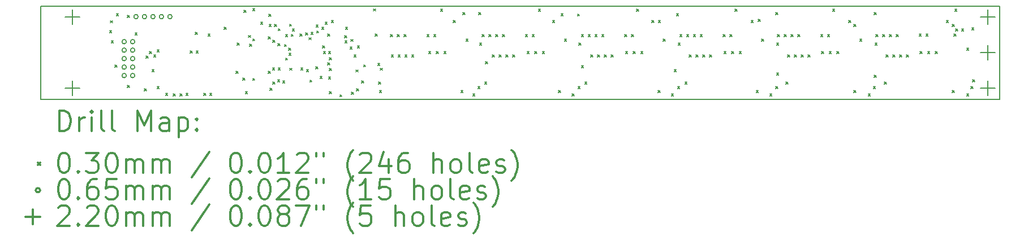
<source format=gbr>
%FSLAX45Y45*%
G04 Gerber Fmt 4.5, Leading zero omitted, Abs format (unit mm)*
G04 Created by KiCad (PCBNEW no-vcs-found-undefined) date Mon Oct 24 14:09:30 2016*
%MOMM*%
%LPD*%
G01*
G04 APERTURE LIST*
%ADD10C,0.127000*%
%ADD11C,0.150000*%
%ADD12C,0.200000*%
%ADD13C,0.300000*%
G04 APERTURE END LIST*
D10*
D11*
X17800000Y-10698500D02*
X3450000Y-10698500D01*
X3450000Y-9301500D02*
X17800000Y-9301500D01*
X15838200Y-10698500D02*
X13818900Y-10698500D01*
X13844300Y-9301500D02*
X15838200Y-9301500D01*
X3450000Y-9301500D02*
X3450000Y-10698500D01*
X17800000Y-10698500D02*
X17800000Y-9301500D01*
D12*
X4482100Y-9667500D02*
X4512100Y-9697500D01*
X4512100Y-9667500D02*
X4482100Y-9697500D01*
X4497340Y-9522720D02*
X4527340Y-9552720D01*
X4527340Y-9522720D02*
X4497340Y-9552720D01*
X4507500Y-9819900D02*
X4537500Y-9849900D01*
X4537500Y-9819900D02*
X4507500Y-9849900D01*
X4560840Y-10188200D02*
X4590840Y-10218200D01*
X4590840Y-10188200D02*
X4560840Y-10218200D01*
X4583700Y-9413500D02*
X4613700Y-9443500D01*
X4613700Y-9413500D02*
X4583700Y-9443500D01*
X4748800Y-9438900D02*
X4778800Y-9468900D01*
X4778800Y-9438900D02*
X4748800Y-9468900D01*
X4748800Y-10493000D02*
X4778800Y-10523000D01*
X4778800Y-10493000D02*
X4748800Y-10523000D01*
X4863100Y-9705600D02*
X4893100Y-9735600D01*
X4893100Y-9705600D02*
X4863100Y-9735600D01*
X5002800Y-10543800D02*
X5032800Y-10573800D01*
X5032800Y-10543800D02*
X5002800Y-10573800D01*
X5028200Y-10048500D02*
X5058200Y-10078500D01*
X5058200Y-10048500D02*
X5028200Y-10078500D01*
X5079000Y-9985000D02*
X5109000Y-10015000D01*
X5109000Y-9985000D02*
X5079000Y-10015000D01*
X5117100Y-10251700D02*
X5147100Y-10281700D01*
X5147100Y-10251700D02*
X5117100Y-10281700D01*
X5142500Y-10035800D02*
X5172500Y-10065800D01*
X5172500Y-10035800D02*
X5142500Y-10065800D01*
X5193300Y-9959600D02*
X5223300Y-9989600D01*
X5223300Y-9959600D02*
X5193300Y-9989600D01*
X5193300Y-10505700D02*
X5223300Y-10535700D01*
X5223300Y-10505700D02*
X5193300Y-10535700D01*
X5320300Y-10607300D02*
X5350300Y-10637300D01*
X5350300Y-10607300D02*
X5320300Y-10637300D01*
X5434600Y-10620000D02*
X5464600Y-10650000D01*
X5464600Y-10620000D02*
X5434600Y-10650000D01*
X5536200Y-10620000D02*
X5566200Y-10650000D01*
X5566200Y-10620000D02*
X5536200Y-10650000D01*
X5625100Y-10607300D02*
X5655100Y-10637300D01*
X5655100Y-10607300D02*
X5625100Y-10637300D01*
X5688600Y-9972300D02*
X5718600Y-10002300D01*
X5718600Y-9972300D02*
X5688600Y-10002300D01*
X5764800Y-9692900D02*
X5794800Y-9722900D01*
X5794800Y-9692900D02*
X5764800Y-9722900D01*
X5777500Y-9972300D02*
X5807500Y-10002300D01*
X5807500Y-9972300D02*
X5777500Y-10002300D01*
X5891800Y-10607300D02*
X5921800Y-10637300D01*
X5921800Y-10607300D02*
X5891800Y-10637300D01*
X5955300Y-9718300D02*
X5985300Y-9748300D01*
X5985300Y-9718300D02*
X5955300Y-9748300D01*
X5980700Y-10607300D02*
X6010700Y-10637300D01*
X6010700Y-10607300D02*
X5980700Y-10637300D01*
X6196600Y-9616700D02*
X6226600Y-9646700D01*
X6226600Y-9616700D02*
X6196600Y-9646700D01*
X6374400Y-10277100D02*
X6404400Y-10307100D01*
X6404400Y-10277100D02*
X6374400Y-10307100D01*
X6393450Y-9858000D02*
X6423450Y-9888000D01*
X6423450Y-9858000D02*
X6393450Y-9888000D01*
X6476000Y-10378700D02*
X6506000Y-10408700D01*
X6506000Y-10378700D02*
X6476000Y-10408700D01*
X6493780Y-9365240D02*
X6523780Y-9395240D01*
X6523780Y-9365240D02*
X6493780Y-9395240D01*
X6514100Y-10581900D02*
X6544100Y-10611900D01*
X6544100Y-10581900D02*
X6514100Y-10611900D01*
X6562360Y-9741160D02*
X6592360Y-9771160D01*
X6592360Y-9741160D02*
X6562360Y-9771160D01*
X6577600Y-9870700D02*
X6607600Y-9900700D01*
X6607600Y-9870700D02*
X6577600Y-9900700D01*
X6623320Y-9791960D02*
X6653320Y-9821960D01*
X6653320Y-9791960D02*
X6623320Y-9821960D01*
X6623320Y-10386320D02*
X6653320Y-10416320D01*
X6653320Y-10386320D02*
X6623320Y-10416320D01*
X6625860Y-9337300D02*
X6655860Y-9367300D01*
X6655860Y-9337300D02*
X6625860Y-9367300D01*
X6742700Y-9540500D02*
X6772700Y-9570500D01*
X6772700Y-9540500D02*
X6742700Y-9570500D01*
X6857000Y-9762750D02*
X6887000Y-9792750D01*
X6887000Y-9762750D02*
X6857000Y-9792750D01*
X6857000Y-10277100D02*
X6887000Y-10307100D01*
X6887000Y-10277100D02*
X6857000Y-10307100D01*
X6867160Y-9423660D02*
X6897160Y-9453660D01*
X6897160Y-9423660D02*
X6867160Y-9453660D01*
X6869700Y-9578600D02*
X6899700Y-9608600D01*
X6899700Y-9578600D02*
X6869700Y-9608600D01*
X6882400Y-10531100D02*
X6912400Y-10561100D01*
X6912400Y-10531100D02*
X6882400Y-10561100D01*
X6920500Y-10226300D02*
X6950500Y-10256300D01*
X6950500Y-10226300D02*
X6920500Y-10256300D01*
X6926850Y-9813550D02*
X6956850Y-9843550D01*
X6956850Y-9813550D02*
X6926850Y-9843550D01*
X6926850Y-10442200D02*
X6956850Y-10472200D01*
X6956850Y-10442200D02*
X6926850Y-10472200D01*
X6952250Y-9578600D02*
X6982250Y-9608600D01*
X6982250Y-9578600D02*
X6952250Y-9608600D01*
X6996700Y-10404100D02*
X7026700Y-10434100D01*
X7026700Y-10404100D02*
X6996700Y-10434100D01*
X7003050Y-9864350D02*
X7033050Y-9894350D01*
X7033050Y-9864350D02*
X7003050Y-9894350D01*
X7006860Y-9639560D02*
X7036860Y-9669560D01*
X7036860Y-9639560D02*
X7006860Y-9669560D01*
X7006860Y-10228840D02*
X7036860Y-10258840D01*
X7036860Y-10228840D02*
X7006860Y-10258840D01*
X7072900Y-10421880D02*
X7102900Y-10451880D01*
X7102900Y-10421880D02*
X7072900Y-10451880D01*
X7098300Y-9877050D02*
X7128300Y-9907050D01*
X7128300Y-9877050D02*
X7098300Y-9907050D01*
X7117350Y-9731000D02*
X7147350Y-9761000D01*
X7147350Y-9731000D02*
X7117350Y-9761000D01*
X7117350Y-10080250D02*
X7147350Y-10110250D01*
X7147350Y-10080250D02*
X7117350Y-10110250D01*
X7161800Y-9934200D02*
X7191800Y-9964200D01*
X7191800Y-9934200D02*
X7161800Y-9964200D01*
X7168150Y-10010400D02*
X7198150Y-10040400D01*
X7198150Y-10010400D02*
X7168150Y-10040400D01*
X7174500Y-9572250D02*
X7204500Y-9602250D01*
X7204500Y-9572250D02*
X7174500Y-9602250D01*
X7180850Y-10232650D02*
X7210850Y-10262650D01*
X7210850Y-10232650D02*
X7180850Y-10262650D01*
X7199900Y-9724650D02*
X7229900Y-9754650D01*
X7229900Y-9724650D02*
X7199900Y-9754650D01*
X7218950Y-9642100D02*
X7248950Y-9672100D01*
X7248950Y-9642100D02*
X7218950Y-9672100D01*
X7333250Y-9718300D02*
X7363250Y-9748300D01*
X7363250Y-9718300D02*
X7333250Y-9748300D01*
X7345950Y-10226300D02*
X7375950Y-10256300D01*
X7375950Y-10226300D02*
X7345950Y-10256300D01*
X7415800Y-9705600D02*
X7445800Y-9735600D01*
X7445800Y-9705600D02*
X7415800Y-9735600D01*
X7428500Y-10251700D02*
X7458500Y-10281700D01*
X7458500Y-10251700D02*
X7428500Y-10281700D01*
X7466600Y-9775450D02*
X7496600Y-9805450D01*
X7496600Y-9775450D02*
X7466600Y-9805450D01*
X7479300Y-10411720D02*
X7509300Y-10441720D01*
X7509300Y-10411720D02*
X7479300Y-10441720D01*
X7498350Y-9692900D02*
X7528350Y-9722900D01*
X7528350Y-9692900D02*
X7498350Y-9722900D01*
X7568200Y-10213600D02*
X7598200Y-10243600D01*
X7598200Y-10213600D02*
X7568200Y-10243600D01*
X7574550Y-9584950D02*
X7604550Y-9614950D01*
X7604550Y-9584950D02*
X7574550Y-9614950D01*
X7580900Y-9673850D02*
X7610900Y-9703850D01*
X7610900Y-9673850D02*
X7580900Y-9703850D01*
X7631700Y-10353300D02*
X7661700Y-10383300D01*
X7661700Y-10353300D02*
X7631700Y-10383300D01*
X7657100Y-9616700D02*
X7687100Y-9646700D01*
X7687100Y-9616700D02*
X7657100Y-9646700D01*
X7669800Y-9896100D02*
X7699800Y-9926100D01*
X7699800Y-9896100D02*
X7669800Y-9926100D01*
X7682500Y-9985000D02*
X7712500Y-10015000D01*
X7712500Y-9985000D02*
X7682500Y-10015000D01*
X7707900Y-9540500D02*
X7737900Y-9570500D01*
X7737900Y-9540500D02*
X7707900Y-9570500D01*
X7746000Y-9718300D02*
X7776000Y-9748300D01*
X7776000Y-9718300D02*
X7746000Y-9748300D01*
X7746000Y-10150100D02*
X7776000Y-10180100D01*
X7776000Y-10150100D02*
X7746000Y-10180100D01*
X7758700Y-9985000D02*
X7788700Y-10015000D01*
X7788700Y-9985000D02*
X7758700Y-10015000D01*
X7758700Y-10366000D02*
X7788700Y-10396000D01*
X7788700Y-10366000D02*
X7758700Y-10396000D01*
X7771400Y-10073900D02*
X7801400Y-10103900D01*
X7801400Y-10073900D02*
X7771400Y-10103900D01*
X7771400Y-10239000D02*
X7801400Y-10269000D01*
X7801400Y-10239000D02*
X7771400Y-10269000D01*
X7771400Y-10581900D02*
X7801400Y-10611900D01*
X7801400Y-10581900D02*
X7771400Y-10611900D01*
X7803150Y-9515100D02*
X7833150Y-9545100D01*
X7833150Y-9515100D02*
X7803150Y-9545100D01*
X7928880Y-10630160D02*
X7958880Y-10660160D01*
X7958880Y-10630160D02*
X7928880Y-10660160D01*
X8000000Y-9743700D02*
X8030000Y-9773700D01*
X8030000Y-9743700D02*
X8000000Y-9773700D01*
X8006350Y-9819900D02*
X8036350Y-9849900D01*
X8036350Y-9819900D02*
X8006350Y-9849900D01*
X8012700Y-9616700D02*
X8042700Y-9646700D01*
X8042700Y-9616700D02*
X8012700Y-9646700D01*
X8082550Y-9915150D02*
X8112550Y-9945150D01*
X8112550Y-9915150D02*
X8082550Y-9945150D01*
X8095250Y-9800850D02*
X8125250Y-9830850D01*
X8125250Y-9800850D02*
X8095250Y-9830850D01*
X8101600Y-10594600D02*
X8131600Y-10624600D01*
X8131600Y-10594600D02*
X8101600Y-10624600D01*
X8139700Y-10035800D02*
X8169700Y-10065800D01*
X8169700Y-10035800D02*
X8139700Y-10065800D01*
X8171450Y-10258050D02*
X8201450Y-10288050D01*
X8201450Y-10258050D02*
X8171450Y-10288050D01*
X8177800Y-10543800D02*
X8207800Y-10573800D01*
X8207800Y-10543800D02*
X8177800Y-10573800D01*
X8190500Y-9896100D02*
X8220500Y-9926100D01*
X8220500Y-9896100D02*
X8190500Y-9926100D01*
X8254000Y-10423150D02*
X8284000Y-10453150D01*
X8284000Y-10423150D02*
X8254000Y-10453150D01*
X8285750Y-10181850D02*
X8315750Y-10211850D01*
X8315750Y-10181850D02*
X8285750Y-10211850D01*
X8431800Y-9342380D02*
X8461800Y-9372380D01*
X8461800Y-9342380D02*
X8431800Y-9372380D01*
X8457200Y-9718300D02*
X8487200Y-9748300D01*
X8487200Y-9718300D02*
X8457200Y-9748300D01*
X8495300Y-10162800D02*
X8525300Y-10192800D01*
X8525300Y-10162800D02*
X8495300Y-10192800D01*
X8508000Y-10442200D02*
X8538000Y-10472200D01*
X8538000Y-10442200D02*
X8508000Y-10472200D01*
X8520700Y-10569200D02*
X8550700Y-10599200D01*
X8550700Y-10569200D02*
X8520700Y-10599200D01*
X8533400Y-10232650D02*
X8563400Y-10262650D01*
X8563400Y-10232650D02*
X8533400Y-10262650D01*
X8685800Y-9731000D02*
X8715800Y-9761000D01*
X8715800Y-9731000D02*
X8685800Y-9761000D01*
X8698500Y-10035800D02*
X8728500Y-10065800D01*
X8728500Y-10035800D02*
X8698500Y-10065800D01*
X8787400Y-9731000D02*
X8817400Y-9761000D01*
X8817400Y-9731000D02*
X8787400Y-9761000D01*
X8800100Y-10035800D02*
X8830100Y-10065800D01*
X8830100Y-10035800D02*
X8800100Y-10065800D01*
X8889000Y-9731000D02*
X8919000Y-9761000D01*
X8919000Y-9731000D02*
X8889000Y-9761000D01*
X8901700Y-10035800D02*
X8931700Y-10065800D01*
X8931700Y-10035800D02*
X8901700Y-10065800D01*
X9003300Y-10035800D02*
X9033300Y-10065800D01*
X9033300Y-10035800D02*
X9003300Y-10065800D01*
X9231900Y-9731000D02*
X9261900Y-9761000D01*
X9261900Y-9731000D02*
X9231900Y-9761000D01*
X9257300Y-9985000D02*
X9287300Y-10015000D01*
X9287300Y-9985000D02*
X9257300Y-10015000D01*
X9333500Y-9731000D02*
X9363500Y-9761000D01*
X9363500Y-9731000D02*
X9333500Y-9761000D01*
X9371600Y-9985000D02*
X9401600Y-10015000D01*
X9401600Y-9985000D02*
X9371600Y-10015000D01*
X9435100Y-9350000D02*
X9465100Y-9380000D01*
X9465100Y-9350000D02*
X9435100Y-9380000D01*
X9485900Y-9985000D02*
X9515900Y-10015000D01*
X9515900Y-9985000D02*
X9485900Y-10015000D01*
X9625600Y-9515100D02*
X9655600Y-9545100D01*
X9655600Y-9515100D02*
X9625600Y-9545100D01*
X9739900Y-10569200D02*
X9769900Y-10599200D01*
X9769900Y-10569200D02*
X9739900Y-10599200D01*
X9771650Y-9400800D02*
X9801650Y-9430800D01*
X9801650Y-9400800D02*
X9771650Y-9430800D01*
X9816100Y-9794500D02*
X9846100Y-9824500D01*
X9846100Y-9794500D02*
X9816100Y-9824500D01*
X9917700Y-10620000D02*
X9947700Y-10650000D01*
X9947700Y-10620000D02*
X9917700Y-10650000D01*
X9993900Y-10505700D02*
X10023900Y-10535700D01*
X10023900Y-10505700D02*
X9993900Y-10535700D01*
X10006600Y-9400800D02*
X10036600Y-9430800D01*
X10036600Y-9400800D02*
X10006600Y-9430800D01*
X10019300Y-9858000D02*
X10049300Y-9888000D01*
X10049300Y-9858000D02*
X10019300Y-9888000D01*
X10057400Y-9731000D02*
X10087400Y-9761000D01*
X10087400Y-9731000D02*
X10057400Y-9761000D01*
X10095500Y-10442200D02*
X10125500Y-10472200D01*
X10125500Y-10442200D02*
X10095500Y-10472200D01*
X10108200Y-10137400D02*
X10138200Y-10167400D01*
X10138200Y-10137400D02*
X10108200Y-10167400D01*
X10159000Y-9731000D02*
X10189000Y-9761000D01*
X10189000Y-9731000D02*
X10159000Y-9761000D01*
X10209800Y-10035800D02*
X10239800Y-10065800D01*
X10239800Y-10035800D02*
X10209800Y-10065800D01*
X10260600Y-9731000D02*
X10290600Y-9761000D01*
X10290600Y-9731000D02*
X10260600Y-9761000D01*
X10311400Y-10035800D02*
X10341400Y-10065800D01*
X10341400Y-10035800D02*
X10311400Y-10065800D01*
X10362200Y-9731000D02*
X10392200Y-9761000D01*
X10392200Y-9731000D02*
X10362200Y-9761000D01*
X10413000Y-10035800D02*
X10443000Y-10065800D01*
X10443000Y-10035800D02*
X10413000Y-10065800D01*
X10514600Y-10035800D02*
X10544600Y-10065800D01*
X10544600Y-10035800D02*
X10514600Y-10065800D01*
X10705100Y-9731000D02*
X10735100Y-9761000D01*
X10735100Y-9731000D02*
X10705100Y-9761000D01*
X10730500Y-9985000D02*
X10760500Y-10015000D01*
X10760500Y-9985000D02*
X10730500Y-10015000D01*
X10806700Y-9731000D02*
X10836700Y-9761000D01*
X10836700Y-9731000D02*
X10806700Y-9761000D01*
X10844800Y-9985000D02*
X10874800Y-10015000D01*
X10874800Y-9985000D02*
X10844800Y-10015000D01*
X10901950Y-9350000D02*
X10931950Y-9380000D01*
X10931950Y-9350000D02*
X10901950Y-9380000D01*
X10959100Y-9985000D02*
X10989100Y-10015000D01*
X10989100Y-9985000D02*
X10959100Y-10015000D01*
X11111500Y-9515100D02*
X11141500Y-9545100D01*
X11141500Y-9515100D02*
X11111500Y-9545100D01*
X11200400Y-10569200D02*
X11230400Y-10599200D01*
X11230400Y-10569200D02*
X11200400Y-10599200D01*
X11238500Y-9413500D02*
X11268500Y-9443500D01*
X11268500Y-9413500D02*
X11238500Y-9443500D01*
X11289300Y-9794500D02*
X11319300Y-9824500D01*
X11319300Y-9794500D02*
X11289300Y-9824500D01*
X11403600Y-10620000D02*
X11433600Y-10650000D01*
X11433600Y-10620000D02*
X11403600Y-10650000D01*
X11486150Y-9419850D02*
X11516150Y-9449850D01*
X11516150Y-9419850D02*
X11486150Y-9449850D01*
X11492500Y-10505700D02*
X11522500Y-10535700D01*
X11522500Y-10505700D02*
X11492500Y-10535700D01*
X11505200Y-9858000D02*
X11535200Y-9888000D01*
X11535200Y-9858000D02*
X11505200Y-9888000D01*
X11543300Y-9731000D02*
X11573300Y-9761000D01*
X11573300Y-9731000D02*
X11543300Y-9761000D01*
X11543300Y-10194550D02*
X11573300Y-10224550D01*
X11573300Y-10194550D02*
X11543300Y-10224550D01*
X11594100Y-10442200D02*
X11624100Y-10472200D01*
X11624100Y-10442200D02*
X11594100Y-10472200D01*
X11644900Y-9731000D02*
X11674900Y-9761000D01*
X11674900Y-9731000D02*
X11644900Y-9761000D01*
X11683000Y-10035800D02*
X11713000Y-10065800D01*
X11713000Y-10035800D02*
X11683000Y-10065800D01*
X11746500Y-9731000D02*
X11776500Y-9761000D01*
X11776500Y-9731000D02*
X11746500Y-9761000D01*
X11784600Y-10035800D02*
X11814600Y-10065800D01*
X11814600Y-10035800D02*
X11784600Y-10065800D01*
X11848100Y-9731000D02*
X11878100Y-9761000D01*
X11878100Y-9731000D02*
X11848100Y-9761000D01*
X11886200Y-10035800D02*
X11916200Y-10065800D01*
X11916200Y-10035800D02*
X11886200Y-10065800D01*
X11987800Y-10035800D02*
X12017800Y-10065800D01*
X12017800Y-10035800D02*
X11987800Y-10065800D01*
X12191000Y-9731000D02*
X12221000Y-9761000D01*
X12221000Y-9731000D02*
X12191000Y-9761000D01*
X12203700Y-9985000D02*
X12233700Y-10015000D01*
X12233700Y-9985000D02*
X12203700Y-10015000D01*
X12292600Y-9731000D02*
X12322600Y-9761000D01*
X12322600Y-9731000D02*
X12292600Y-9761000D01*
X12318000Y-9985000D02*
X12348000Y-10015000D01*
X12348000Y-9985000D02*
X12318000Y-10015000D01*
X12368800Y-9350000D02*
X12398800Y-9380000D01*
X12398800Y-9350000D02*
X12368800Y-9380000D01*
X12432300Y-9985000D02*
X12462300Y-10015000D01*
X12462300Y-9985000D02*
X12432300Y-10015000D01*
X12597400Y-9515100D02*
X12627400Y-9545100D01*
X12627400Y-9515100D02*
X12597400Y-9545100D01*
X12692650Y-10569200D02*
X12722650Y-10599200D01*
X12722650Y-10569200D02*
X12692650Y-10599200D01*
X12693920Y-9515100D02*
X12723920Y-9545100D01*
X12723920Y-9515100D02*
X12693920Y-9545100D01*
X12768850Y-9794500D02*
X12798850Y-9824500D01*
X12798850Y-9794500D02*
X12768850Y-9824500D01*
X12889500Y-10620000D02*
X12919500Y-10650000D01*
X12919500Y-10620000D02*
X12889500Y-10650000D01*
X12933950Y-10251700D02*
X12963950Y-10281700D01*
X12963950Y-10251700D02*
X12933950Y-10281700D01*
X12965700Y-9413500D02*
X12995700Y-9443500D01*
X12995700Y-9413500D02*
X12965700Y-9443500D01*
X12984750Y-10505700D02*
X13014750Y-10535700D01*
X13014750Y-10505700D02*
X12984750Y-10535700D01*
X12991100Y-9858000D02*
X13021100Y-9888000D01*
X13021100Y-9858000D02*
X12991100Y-9888000D01*
X13016500Y-9731000D02*
X13046500Y-9761000D01*
X13046500Y-9731000D02*
X13016500Y-9761000D01*
X13092700Y-10442200D02*
X13122700Y-10472200D01*
X13122700Y-10442200D02*
X13092700Y-10472200D01*
X13118100Y-9731000D02*
X13148100Y-9761000D01*
X13148100Y-9731000D02*
X13118100Y-9761000D01*
X13156200Y-10035800D02*
X13186200Y-10065800D01*
X13186200Y-10035800D02*
X13156200Y-10065800D01*
X13219700Y-9731000D02*
X13249700Y-9761000D01*
X13249700Y-9731000D02*
X13219700Y-9761000D01*
X13257800Y-10035800D02*
X13287800Y-10065800D01*
X13287800Y-10035800D02*
X13257800Y-10065800D01*
X13321300Y-9731000D02*
X13351300Y-9761000D01*
X13351300Y-9731000D02*
X13321300Y-9761000D01*
X13359400Y-10035800D02*
X13389400Y-10065800D01*
X13389400Y-10035800D02*
X13359400Y-10065800D01*
X13461000Y-10035800D02*
X13491000Y-10065800D01*
X13491000Y-10035800D02*
X13461000Y-10065800D01*
X13664200Y-9731000D02*
X13694200Y-9761000D01*
X13694200Y-9731000D02*
X13664200Y-9761000D01*
X13676900Y-9985000D02*
X13706900Y-10015000D01*
X13706900Y-9985000D02*
X13676900Y-10015000D01*
X13765800Y-9731000D02*
X13795800Y-9761000D01*
X13795800Y-9731000D02*
X13765800Y-9761000D01*
X13791200Y-9985000D02*
X13821200Y-10015000D01*
X13821200Y-9985000D02*
X13791200Y-10015000D01*
X13842000Y-9350000D02*
X13872000Y-9380000D01*
X13872000Y-9350000D02*
X13842000Y-9380000D01*
X13905500Y-9985000D02*
X13935500Y-10015000D01*
X13935500Y-9985000D02*
X13905500Y-10015000D01*
X14083300Y-9515100D02*
X14113300Y-9545100D01*
X14113300Y-9515100D02*
X14083300Y-9545100D01*
X14159500Y-10569200D02*
X14189500Y-10599200D01*
X14189500Y-10569200D02*
X14159500Y-10599200D01*
X14189980Y-9499860D02*
X14219980Y-9529860D01*
X14219980Y-9499860D02*
X14189980Y-9529860D01*
X14242050Y-9794500D02*
X14272050Y-9824500D01*
X14272050Y-9794500D02*
X14242050Y-9824500D01*
X14362700Y-10620000D02*
X14392700Y-10650000D01*
X14392700Y-10620000D02*
X14362700Y-10650000D01*
X14451600Y-9400800D02*
X14481600Y-9430800D01*
X14481600Y-9400800D02*
X14451600Y-9430800D01*
X14451600Y-10505700D02*
X14481600Y-10535700D01*
X14481600Y-10505700D02*
X14451600Y-10535700D01*
X14464300Y-9858000D02*
X14494300Y-9888000D01*
X14494300Y-9858000D02*
X14464300Y-9888000D01*
X14464300Y-10302500D02*
X14494300Y-10332500D01*
X14494300Y-10302500D02*
X14464300Y-10332500D01*
X14477000Y-9731000D02*
X14507000Y-9761000D01*
X14507000Y-9731000D02*
X14477000Y-9761000D01*
X14578600Y-9731000D02*
X14608600Y-9761000D01*
X14608600Y-9731000D02*
X14578600Y-9761000D01*
X14604000Y-10442200D02*
X14634000Y-10472200D01*
X14634000Y-10442200D02*
X14604000Y-10472200D01*
X14629400Y-10035800D02*
X14659400Y-10065800D01*
X14659400Y-10035800D02*
X14629400Y-10065800D01*
X14680200Y-9731000D02*
X14710200Y-9761000D01*
X14710200Y-9731000D02*
X14680200Y-9761000D01*
X14731000Y-10035800D02*
X14761000Y-10065800D01*
X14761000Y-10035800D02*
X14731000Y-10065800D01*
X14781800Y-9731000D02*
X14811800Y-9761000D01*
X14811800Y-9731000D02*
X14781800Y-9761000D01*
X14832600Y-10035800D02*
X14862600Y-10065800D01*
X14862600Y-10035800D02*
X14832600Y-10065800D01*
X14934200Y-10035800D02*
X14964200Y-10065800D01*
X14964200Y-10035800D02*
X14934200Y-10065800D01*
X15124700Y-9731000D02*
X15154700Y-9761000D01*
X15154700Y-9731000D02*
X15124700Y-9761000D01*
X15137400Y-9985000D02*
X15167400Y-10015000D01*
X15167400Y-9985000D02*
X15137400Y-10015000D01*
X15226300Y-9731000D02*
X15256300Y-9761000D01*
X15256300Y-9731000D02*
X15226300Y-9761000D01*
X15251700Y-9985000D02*
X15281700Y-10015000D01*
X15281700Y-9985000D02*
X15251700Y-10015000D01*
X15302500Y-9350000D02*
X15332500Y-9380000D01*
X15332500Y-9350000D02*
X15302500Y-9380000D01*
X15366000Y-9985000D02*
X15396000Y-10015000D01*
X15396000Y-9985000D02*
X15366000Y-10015000D01*
X15543800Y-9515100D02*
X15573800Y-9545100D01*
X15573800Y-9515100D02*
X15543800Y-9545100D01*
X15620000Y-9578600D02*
X15650000Y-9608600D01*
X15650000Y-9578600D02*
X15620000Y-9608600D01*
X15620000Y-10569200D02*
X15650000Y-10599200D01*
X15650000Y-10569200D02*
X15620000Y-10599200D01*
X15708900Y-9794500D02*
X15738900Y-9824500D01*
X15738900Y-9794500D02*
X15708900Y-9824500D01*
X15835900Y-10620000D02*
X15865900Y-10650000D01*
X15865900Y-10620000D02*
X15835900Y-10650000D01*
X15912100Y-10505700D02*
X15942100Y-10535700D01*
X15942100Y-10505700D02*
X15912100Y-10535700D01*
X15924800Y-9400800D02*
X15954800Y-9430800D01*
X15954800Y-9400800D02*
X15924800Y-9430800D01*
X15924800Y-10340600D02*
X15954800Y-10370600D01*
X15954800Y-10340600D02*
X15924800Y-10370600D01*
X15937500Y-9858000D02*
X15967500Y-9888000D01*
X15967500Y-9858000D02*
X15937500Y-9888000D01*
X15950200Y-9731000D02*
X15980200Y-9761000D01*
X15980200Y-9731000D02*
X15950200Y-9761000D01*
X16051800Y-9731000D02*
X16081800Y-9761000D01*
X16081800Y-9731000D02*
X16051800Y-9761000D01*
X16077200Y-10442200D02*
X16107200Y-10472200D01*
X16107200Y-10442200D02*
X16077200Y-10472200D01*
X16102600Y-10035800D02*
X16132600Y-10065800D01*
X16132600Y-10035800D02*
X16102600Y-10065800D01*
X16153400Y-9731000D02*
X16183400Y-9761000D01*
X16183400Y-9731000D02*
X16153400Y-9761000D01*
X16204200Y-10035800D02*
X16234200Y-10065800D01*
X16234200Y-10035800D02*
X16204200Y-10065800D01*
X16255000Y-9731000D02*
X16285000Y-9761000D01*
X16285000Y-9731000D02*
X16255000Y-9761000D01*
X16305800Y-10035800D02*
X16335800Y-10065800D01*
X16335800Y-10035800D02*
X16305800Y-10065800D01*
X16407400Y-10035800D02*
X16437400Y-10065800D01*
X16437400Y-10035800D02*
X16407400Y-10065800D01*
X16597900Y-9718300D02*
X16627900Y-9748300D01*
X16627900Y-9718300D02*
X16597900Y-9748300D01*
X16610600Y-9985000D02*
X16640600Y-10015000D01*
X16640600Y-9985000D02*
X16610600Y-10015000D01*
X16699500Y-9718300D02*
X16729500Y-9748300D01*
X16729500Y-9718300D02*
X16699500Y-9748300D01*
X16724900Y-9985000D02*
X16754900Y-10015000D01*
X16754900Y-9985000D02*
X16724900Y-10015000D01*
X16839200Y-9985000D02*
X16869200Y-10015000D01*
X16869200Y-9985000D02*
X16839200Y-10015000D01*
X17004300Y-9515100D02*
X17034300Y-9545100D01*
X17034300Y-9515100D02*
X17004300Y-9545100D01*
X17093200Y-9578600D02*
X17123200Y-9608600D01*
X17123200Y-9578600D02*
X17093200Y-9608600D01*
X17093200Y-10569200D02*
X17123200Y-10599200D01*
X17123200Y-10569200D02*
X17093200Y-10599200D01*
X17118600Y-9718300D02*
X17148600Y-9748300D01*
X17148600Y-9718300D02*
X17118600Y-9748300D01*
X17131300Y-9350000D02*
X17161300Y-9380000D01*
X17161300Y-9350000D02*
X17131300Y-9380000D01*
X17144000Y-9642100D02*
X17174000Y-9672100D01*
X17174000Y-9642100D02*
X17144000Y-9672100D01*
X17232900Y-9642100D02*
X17262900Y-9672100D01*
X17262900Y-9642100D02*
X17232900Y-9672100D01*
X17309100Y-9934200D02*
X17339100Y-9964200D01*
X17339100Y-9934200D02*
X17309100Y-9964200D01*
X17309100Y-10620000D02*
X17339100Y-10650000D01*
X17339100Y-10620000D02*
X17309100Y-10650000D01*
X17372600Y-10505700D02*
X17402600Y-10535700D01*
X17402600Y-10505700D02*
X17372600Y-10535700D01*
X17385300Y-9629400D02*
X17415300Y-9659400D01*
X17415300Y-9629400D02*
X17385300Y-9659400D01*
X17398000Y-10404100D02*
X17428000Y-10434100D01*
X17428000Y-10404100D02*
X17398000Y-10434100D01*
X4732800Y-9834900D02*
G75*
G03X4732800Y-9834900I-32500J0D01*
G01*
X4732800Y-9961900D02*
G75*
G03X4732800Y-9961900I-32500J0D01*
G01*
X4732800Y-10088900D02*
G75*
G03X4732800Y-10088900I-32500J0D01*
G01*
X4732800Y-10215900D02*
G75*
G03X4732800Y-10215900I-32500J0D01*
G01*
X4732800Y-10342900D02*
G75*
G03X4732800Y-10342900I-32500J0D01*
G01*
X4859800Y-9834900D02*
G75*
G03X4859800Y-9834900I-32500J0D01*
G01*
X4859800Y-9961900D02*
G75*
G03X4859800Y-9961900I-32500J0D01*
G01*
X4859800Y-10088900D02*
G75*
G03X4859800Y-10088900I-32500J0D01*
G01*
X4859800Y-10215900D02*
G75*
G03X4859800Y-10215900I-32500J0D01*
G01*
X4859800Y-10342900D02*
G75*
G03X4859800Y-10342900I-32500J0D01*
G01*
X4910600Y-9460250D02*
G75*
G03X4910600Y-9460250I-32500J0D01*
G01*
X5037600Y-9460250D02*
G75*
G03X5037600Y-9460250I-32500J0D01*
G01*
X5164600Y-9460250D02*
G75*
G03X5164600Y-9460250I-32500J0D01*
G01*
X5291600Y-9460250D02*
G75*
G03X5291600Y-9460250I-32500J0D01*
G01*
X5418600Y-9460250D02*
G75*
G03X5418600Y-9460250I-32500J0D01*
G01*
X3925600Y-9356600D02*
X3925600Y-9576600D01*
X3815600Y-9466600D02*
X4035600Y-9466600D01*
X3925600Y-10423400D02*
X3925600Y-10643400D01*
X3815600Y-10533400D02*
X4035600Y-10533400D01*
X17628900Y-9356600D02*
X17628900Y-9576600D01*
X17518900Y-9466600D02*
X17738900Y-9466600D01*
X17628900Y-9890000D02*
X17628900Y-10110000D01*
X17518900Y-10000000D02*
X17738900Y-10000000D01*
X17628900Y-10423400D02*
X17628900Y-10643400D01*
X17518900Y-10533400D02*
X17738900Y-10533400D01*
D13*
X3728928Y-11171714D02*
X3728928Y-10871714D01*
X3800357Y-10871714D01*
X3843214Y-10886000D01*
X3871786Y-10914572D01*
X3886071Y-10943143D01*
X3900357Y-11000286D01*
X3900357Y-11043143D01*
X3886071Y-11100286D01*
X3871786Y-11128857D01*
X3843214Y-11157429D01*
X3800357Y-11171714D01*
X3728928Y-11171714D01*
X4028928Y-11171714D02*
X4028928Y-10971714D01*
X4028928Y-11028857D02*
X4043214Y-11000286D01*
X4057500Y-10986000D01*
X4086071Y-10971714D01*
X4114643Y-10971714D01*
X4214643Y-11171714D02*
X4214643Y-10971714D01*
X4214643Y-10871714D02*
X4200357Y-10886000D01*
X4214643Y-10900286D01*
X4228928Y-10886000D01*
X4214643Y-10871714D01*
X4214643Y-10900286D01*
X4400357Y-11171714D02*
X4371786Y-11157429D01*
X4357500Y-11128857D01*
X4357500Y-10871714D01*
X4557500Y-11171714D02*
X4528928Y-11157429D01*
X4514643Y-11128857D01*
X4514643Y-10871714D01*
X4900357Y-11171714D02*
X4900357Y-10871714D01*
X5000357Y-11086000D01*
X5100357Y-10871714D01*
X5100357Y-11171714D01*
X5371786Y-11171714D02*
X5371786Y-11014572D01*
X5357500Y-10986000D01*
X5328928Y-10971714D01*
X5271786Y-10971714D01*
X5243214Y-10986000D01*
X5371786Y-11157429D02*
X5343214Y-11171714D01*
X5271786Y-11171714D01*
X5243214Y-11157429D01*
X5228928Y-11128857D01*
X5228928Y-11100286D01*
X5243214Y-11071714D01*
X5271786Y-11057429D01*
X5343214Y-11057429D01*
X5371786Y-11043143D01*
X5514643Y-10971714D02*
X5514643Y-11271714D01*
X5514643Y-10986000D02*
X5543214Y-10971714D01*
X5600357Y-10971714D01*
X5628928Y-10986000D01*
X5643214Y-11000286D01*
X5657500Y-11028857D01*
X5657500Y-11114572D01*
X5643214Y-11143143D01*
X5628928Y-11157429D01*
X5600357Y-11171714D01*
X5543214Y-11171714D01*
X5514643Y-11157429D01*
X5786071Y-11143143D02*
X5800357Y-11157429D01*
X5786071Y-11171714D01*
X5771786Y-11157429D01*
X5786071Y-11143143D01*
X5786071Y-11171714D01*
X5786071Y-10986000D02*
X5800357Y-11000286D01*
X5786071Y-11014572D01*
X5771786Y-11000286D01*
X5786071Y-10986000D01*
X5786071Y-11014572D01*
X3412500Y-11651000D02*
X3442500Y-11681000D01*
X3442500Y-11651000D02*
X3412500Y-11681000D01*
X3786071Y-11501714D02*
X3814643Y-11501714D01*
X3843214Y-11516000D01*
X3857500Y-11530286D01*
X3871786Y-11558857D01*
X3886071Y-11616000D01*
X3886071Y-11687429D01*
X3871786Y-11744571D01*
X3857500Y-11773143D01*
X3843214Y-11787429D01*
X3814643Y-11801714D01*
X3786071Y-11801714D01*
X3757500Y-11787429D01*
X3743214Y-11773143D01*
X3728928Y-11744571D01*
X3714643Y-11687429D01*
X3714643Y-11616000D01*
X3728928Y-11558857D01*
X3743214Y-11530286D01*
X3757500Y-11516000D01*
X3786071Y-11501714D01*
X4014643Y-11773143D02*
X4028928Y-11787429D01*
X4014643Y-11801714D01*
X4000357Y-11787429D01*
X4014643Y-11773143D01*
X4014643Y-11801714D01*
X4128928Y-11501714D02*
X4314643Y-11501714D01*
X4214643Y-11616000D01*
X4257500Y-11616000D01*
X4286071Y-11630286D01*
X4300357Y-11644571D01*
X4314643Y-11673143D01*
X4314643Y-11744571D01*
X4300357Y-11773143D01*
X4286071Y-11787429D01*
X4257500Y-11801714D01*
X4171786Y-11801714D01*
X4143214Y-11787429D01*
X4128928Y-11773143D01*
X4500357Y-11501714D02*
X4528928Y-11501714D01*
X4557500Y-11516000D01*
X4571786Y-11530286D01*
X4586071Y-11558857D01*
X4600357Y-11616000D01*
X4600357Y-11687429D01*
X4586071Y-11744571D01*
X4571786Y-11773143D01*
X4557500Y-11787429D01*
X4528928Y-11801714D01*
X4500357Y-11801714D01*
X4471786Y-11787429D01*
X4457500Y-11773143D01*
X4443214Y-11744571D01*
X4428928Y-11687429D01*
X4428928Y-11616000D01*
X4443214Y-11558857D01*
X4457500Y-11530286D01*
X4471786Y-11516000D01*
X4500357Y-11501714D01*
X4728928Y-11801714D02*
X4728928Y-11601714D01*
X4728928Y-11630286D02*
X4743214Y-11616000D01*
X4771786Y-11601714D01*
X4814643Y-11601714D01*
X4843214Y-11616000D01*
X4857500Y-11644571D01*
X4857500Y-11801714D01*
X4857500Y-11644571D02*
X4871786Y-11616000D01*
X4900357Y-11601714D01*
X4943214Y-11601714D01*
X4971786Y-11616000D01*
X4986071Y-11644571D01*
X4986071Y-11801714D01*
X5128928Y-11801714D02*
X5128928Y-11601714D01*
X5128928Y-11630286D02*
X5143214Y-11616000D01*
X5171786Y-11601714D01*
X5214643Y-11601714D01*
X5243214Y-11616000D01*
X5257500Y-11644571D01*
X5257500Y-11801714D01*
X5257500Y-11644571D02*
X5271786Y-11616000D01*
X5300357Y-11601714D01*
X5343214Y-11601714D01*
X5371786Y-11616000D01*
X5386071Y-11644571D01*
X5386071Y-11801714D01*
X5971786Y-11487429D02*
X5714643Y-11873143D01*
X6357500Y-11501714D02*
X6386071Y-11501714D01*
X6414643Y-11516000D01*
X6428928Y-11530286D01*
X6443214Y-11558857D01*
X6457500Y-11616000D01*
X6457500Y-11687429D01*
X6443214Y-11744571D01*
X6428928Y-11773143D01*
X6414643Y-11787429D01*
X6386071Y-11801714D01*
X6357500Y-11801714D01*
X6328928Y-11787429D01*
X6314643Y-11773143D01*
X6300357Y-11744571D01*
X6286071Y-11687429D01*
X6286071Y-11616000D01*
X6300357Y-11558857D01*
X6314643Y-11530286D01*
X6328928Y-11516000D01*
X6357500Y-11501714D01*
X6586071Y-11773143D02*
X6600357Y-11787429D01*
X6586071Y-11801714D01*
X6571786Y-11787429D01*
X6586071Y-11773143D01*
X6586071Y-11801714D01*
X6786071Y-11501714D02*
X6814643Y-11501714D01*
X6843214Y-11516000D01*
X6857500Y-11530286D01*
X6871786Y-11558857D01*
X6886071Y-11616000D01*
X6886071Y-11687429D01*
X6871786Y-11744571D01*
X6857500Y-11773143D01*
X6843214Y-11787429D01*
X6814643Y-11801714D01*
X6786071Y-11801714D01*
X6757500Y-11787429D01*
X6743214Y-11773143D01*
X6728928Y-11744571D01*
X6714643Y-11687429D01*
X6714643Y-11616000D01*
X6728928Y-11558857D01*
X6743214Y-11530286D01*
X6757500Y-11516000D01*
X6786071Y-11501714D01*
X7171786Y-11801714D02*
X7000357Y-11801714D01*
X7086071Y-11801714D02*
X7086071Y-11501714D01*
X7057500Y-11544571D01*
X7028928Y-11573143D01*
X7000357Y-11587429D01*
X7286071Y-11530286D02*
X7300357Y-11516000D01*
X7328928Y-11501714D01*
X7400357Y-11501714D01*
X7428928Y-11516000D01*
X7443214Y-11530286D01*
X7457500Y-11558857D01*
X7457500Y-11587429D01*
X7443214Y-11630286D01*
X7271786Y-11801714D01*
X7457500Y-11801714D01*
X7571786Y-11501714D02*
X7571786Y-11558857D01*
X7686071Y-11501714D02*
X7686071Y-11558857D01*
X8128928Y-11916000D02*
X8114643Y-11901714D01*
X8086071Y-11858857D01*
X8071786Y-11830286D01*
X8057500Y-11787429D01*
X8043214Y-11716000D01*
X8043214Y-11658857D01*
X8057500Y-11587429D01*
X8071786Y-11544571D01*
X8086071Y-11516000D01*
X8114643Y-11473143D01*
X8128928Y-11458857D01*
X8228928Y-11530286D02*
X8243214Y-11516000D01*
X8271786Y-11501714D01*
X8343214Y-11501714D01*
X8371786Y-11516000D01*
X8386071Y-11530286D01*
X8400357Y-11558857D01*
X8400357Y-11587429D01*
X8386071Y-11630286D01*
X8214643Y-11801714D01*
X8400357Y-11801714D01*
X8657500Y-11601714D02*
X8657500Y-11801714D01*
X8586071Y-11487429D02*
X8514643Y-11701714D01*
X8700357Y-11701714D01*
X8943214Y-11501714D02*
X8886071Y-11501714D01*
X8857500Y-11516000D01*
X8843214Y-11530286D01*
X8814643Y-11573143D01*
X8800357Y-11630286D01*
X8800357Y-11744571D01*
X8814643Y-11773143D01*
X8828928Y-11787429D01*
X8857500Y-11801714D01*
X8914643Y-11801714D01*
X8943214Y-11787429D01*
X8957500Y-11773143D01*
X8971786Y-11744571D01*
X8971786Y-11673143D01*
X8957500Y-11644571D01*
X8943214Y-11630286D01*
X8914643Y-11616000D01*
X8857500Y-11616000D01*
X8828928Y-11630286D01*
X8814643Y-11644571D01*
X8800357Y-11673143D01*
X9328928Y-11801714D02*
X9328928Y-11501714D01*
X9457500Y-11801714D02*
X9457500Y-11644571D01*
X9443214Y-11616000D01*
X9414643Y-11601714D01*
X9371786Y-11601714D01*
X9343214Y-11616000D01*
X9328928Y-11630286D01*
X9643214Y-11801714D02*
X9614643Y-11787429D01*
X9600357Y-11773143D01*
X9586071Y-11744571D01*
X9586071Y-11658857D01*
X9600357Y-11630286D01*
X9614643Y-11616000D01*
X9643214Y-11601714D01*
X9686071Y-11601714D01*
X9714643Y-11616000D01*
X9728928Y-11630286D01*
X9743214Y-11658857D01*
X9743214Y-11744571D01*
X9728928Y-11773143D01*
X9714643Y-11787429D01*
X9686071Y-11801714D01*
X9643214Y-11801714D01*
X9914643Y-11801714D02*
X9886071Y-11787429D01*
X9871786Y-11758857D01*
X9871786Y-11501714D01*
X10143214Y-11787429D02*
X10114643Y-11801714D01*
X10057500Y-11801714D01*
X10028928Y-11787429D01*
X10014643Y-11758857D01*
X10014643Y-11644571D01*
X10028928Y-11616000D01*
X10057500Y-11601714D01*
X10114643Y-11601714D01*
X10143214Y-11616000D01*
X10157500Y-11644571D01*
X10157500Y-11673143D01*
X10014643Y-11701714D01*
X10271786Y-11787429D02*
X10300357Y-11801714D01*
X10357500Y-11801714D01*
X10386071Y-11787429D01*
X10400357Y-11758857D01*
X10400357Y-11744571D01*
X10386071Y-11716000D01*
X10357500Y-11701714D01*
X10314643Y-11701714D01*
X10286071Y-11687429D01*
X10271786Y-11658857D01*
X10271786Y-11644571D01*
X10286071Y-11616000D01*
X10314643Y-11601714D01*
X10357500Y-11601714D01*
X10386071Y-11616000D01*
X10500357Y-11916000D02*
X10514643Y-11901714D01*
X10543214Y-11858857D01*
X10557500Y-11830286D01*
X10571786Y-11787429D01*
X10586071Y-11716000D01*
X10586071Y-11658857D01*
X10571786Y-11587429D01*
X10557500Y-11544571D01*
X10543214Y-11516000D01*
X10514643Y-11473143D01*
X10500357Y-11458857D01*
X3442500Y-12062000D02*
G75*
G03X3442500Y-12062000I-32500J0D01*
G01*
X3786071Y-11897714D02*
X3814643Y-11897714D01*
X3843214Y-11912000D01*
X3857500Y-11926286D01*
X3871786Y-11954857D01*
X3886071Y-12012000D01*
X3886071Y-12083429D01*
X3871786Y-12140571D01*
X3857500Y-12169143D01*
X3843214Y-12183429D01*
X3814643Y-12197714D01*
X3786071Y-12197714D01*
X3757500Y-12183429D01*
X3743214Y-12169143D01*
X3728928Y-12140571D01*
X3714643Y-12083429D01*
X3714643Y-12012000D01*
X3728928Y-11954857D01*
X3743214Y-11926286D01*
X3757500Y-11912000D01*
X3786071Y-11897714D01*
X4014643Y-12169143D02*
X4028928Y-12183429D01*
X4014643Y-12197714D01*
X4000357Y-12183429D01*
X4014643Y-12169143D01*
X4014643Y-12197714D01*
X4286071Y-11897714D02*
X4228928Y-11897714D01*
X4200357Y-11912000D01*
X4186071Y-11926286D01*
X4157500Y-11969143D01*
X4143214Y-12026286D01*
X4143214Y-12140571D01*
X4157500Y-12169143D01*
X4171786Y-12183429D01*
X4200357Y-12197714D01*
X4257500Y-12197714D01*
X4286071Y-12183429D01*
X4300357Y-12169143D01*
X4314643Y-12140571D01*
X4314643Y-12069143D01*
X4300357Y-12040571D01*
X4286071Y-12026286D01*
X4257500Y-12012000D01*
X4200357Y-12012000D01*
X4171786Y-12026286D01*
X4157500Y-12040571D01*
X4143214Y-12069143D01*
X4586071Y-11897714D02*
X4443214Y-11897714D01*
X4428928Y-12040571D01*
X4443214Y-12026286D01*
X4471786Y-12012000D01*
X4543214Y-12012000D01*
X4571786Y-12026286D01*
X4586071Y-12040571D01*
X4600357Y-12069143D01*
X4600357Y-12140571D01*
X4586071Y-12169143D01*
X4571786Y-12183429D01*
X4543214Y-12197714D01*
X4471786Y-12197714D01*
X4443214Y-12183429D01*
X4428928Y-12169143D01*
X4728928Y-12197714D02*
X4728928Y-11997714D01*
X4728928Y-12026286D02*
X4743214Y-12012000D01*
X4771786Y-11997714D01*
X4814643Y-11997714D01*
X4843214Y-12012000D01*
X4857500Y-12040571D01*
X4857500Y-12197714D01*
X4857500Y-12040571D02*
X4871786Y-12012000D01*
X4900357Y-11997714D01*
X4943214Y-11997714D01*
X4971786Y-12012000D01*
X4986071Y-12040571D01*
X4986071Y-12197714D01*
X5128928Y-12197714D02*
X5128928Y-11997714D01*
X5128928Y-12026286D02*
X5143214Y-12012000D01*
X5171786Y-11997714D01*
X5214643Y-11997714D01*
X5243214Y-12012000D01*
X5257500Y-12040571D01*
X5257500Y-12197714D01*
X5257500Y-12040571D02*
X5271786Y-12012000D01*
X5300357Y-11997714D01*
X5343214Y-11997714D01*
X5371786Y-12012000D01*
X5386071Y-12040571D01*
X5386071Y-12197714D01*
X5971786Y-11883429D02*
X5714643Y-12269143D01*
X6357500Y-11897714D02*
X6386071Y-11897714D01*
X6414643Y-11912000D01*
X6428928Y-11926286D01*
X6443214Y-11954857D01*
X6457500Y-12012000D01*
X6457500Y-12083429D01*
X6443214Y-12140571D01*
X6428928Y-12169143D01*
X6414643Y-12183429D01*
X6386071Y-12197714D01*
X6357500Y-12197714D01*
X6328928Y-12183429D01*
X6314643Y-12169143D01*
X6300357Y-12140571D01*
X6286071Y-12083429D01*
X6286071Y-12012000D01*
X6300357Y-11954857D01*
X6314643Y-11926286D01*
X6328928Y-11912000D01*
X6357500Y-11897714D01*
X6586071Y-12169143D02*
X6600357Y-12183429D01*
X6586071Y-12197714D01*
X6571786Y-12183429D01*
X6586071Y-12169143D01*
X6586071Y-12197714D01*
X6786071Y-11897714D02*
X6814643Y-11897714D01*
X6843214Y-11912000D01*
X6857500Y-11926286D01*
X6871786Y-11954857D01*
X6886071Y-12012000D01*
X6886071Y-12083429D01*
X6871786Y-12140571D01*
X6857500Y-12169143D01*
X6843214Y-12183429D01*
X6814643Y-12197714D01*
X6786071Y-12197714D01*
X6757500Y-12183429D01*
X6743214Y-12169143D01*
X6728928Y-12140571D01*
X6714643Y-12083429D01*
X6714643Y-12012000D01*
X6728928Y-11954857D01*
X6743214Y-11926286D01*
X6757500Y-11912000D01*
X6786071Y-11897714D01*
X7000357Y-11926286D02*
X7014643Y-11912000D01*
X7043214Y-11897714D01*
X7114643Y-11897714D01*
X7143214Y-11912000D01*
X7157500Y-11926286D01*
X7171786Y-11954857D01*
X7171786Y-11983429D01*
X7157500Y-12026286D01*
X6986071Y-12197714D01*
X7171786Y-12197714D01*
X7428928Y-11897714D02*
X7371786Y-11897714D01*
X7343214Y-11912000D01*
X7328928Y-11926286D01*
X7300357Y-11969143D01*
X7286071Y-12026286D01*
X7286071Y-12140571D01*
X7300357Y-12169143D01*
X7314643Y-12183429D01*
X7343214Y-12197714D01*
X7400357Y-12197714D01*
X7428928Y-12183429D01*
X7443214Y-12169143D01*
X7457500Y-12140571D01*
X7457500Y-12069143D01*
X7443214Y-12040571D01*
X7428928Y-12026286D01*
X7400357Y-12012000D01*
X7343214Y-12012000D01*
X7314643Y-12026286D01*
X7300357Y-12040571D01*
X7286071Y-12069143D01*
X7571786Y-11897714D02*
X7571786Y-11954857D01*
X7686071Y-11897714D02*
X7686071Y-11954857D01*
X8128928Y-12312000D02*
X8114643Y-12297714D01*
X8086071Y-12254857D01*
X8071786Y-12226286D01*
X8057500Y-12183429D01*
X8043214Y-12112000D01*
X8043214Y-12054857D01*
X8057500Y-11983429D01*
X8071786Y-11940571D01*
X8086071Y-11912000D01*
X8114643Y-11869143D01*
X8128928Y-11854857D01*
X8400357Y-12197714D02*
X8228928Y-12197714D01*
X8314643Y-12197714D02*
X8314643Y-11897714D01*
X8286071Y-11940571D01*
X8257500Y-11969143D01*
X8228928Y-11983429D01*
X8671786Y-11897714D02*
X8528928Y-11897714D01*
X8514643Y-12040571D01*
X8528928Y-12026286D01*
X8557500Y-12012000D01*
X8628928Y-12012000D01*
X8657500Y-12026286D01*
X8671786Y-12040571D01*
X8686071Y-12069143D01*
X8686071Y-12140571D01*
X8671786Y-12169143D01*
X8657500Y-12183429D01*
X8628928Y-12197714D01*
X8557500Y-12197714D01*
X8528928Y-12183429D01*
X8514643Y-12169143D01*
X9043214Y-12197714D02*
X9043214Y-11897714D01*
X9171786Y-12197714D02*
X9171786Y-12040571D01*
X9157500Y-12012000D01*
X9128928Y-11997714D01*
X9086071Y-11997714D01*
X9057500Y-12012000D01*
X9043214Y-12026286D01*
X9357500Y-12197714D02*
X9328928Y-12183429D01*
X9314643Y-12169143D01*
X9300357Y-12140571D01*
X9300357Y-12054857D01*
X9314643Y-12026286D01*
X9328928Y-12012000D01*
X9357500Y-11997714D01*
X9400357Y-11997714D01*
X9428928Y-12012000D01*
X9443214Y-12026286D01*
X9457500Y-12054857D01*
X9457500Y-12140571D01*
X9443214Y-12169143D01*
X9428928Y-12183429D01*
X9400357Y-12197714D01*
X9357500Y-12197714D01*
X9628928Y-12197714D02*
X9600357Y-12183429D01*
X9586071Y-12154857D01*
X9586071Y-11897714D01*
X9857500Y-12183429D02*
X9828928Y-12197714D01*
X9771786Y-12197714D01*
X9743214Y-12183429D01*
X9728928Y-12154857D01*
X9728928Y-12040571D01*
X9743214Y-12012000D01*
X9771786Y-11997714D01*
X9828928Y-11997714D01*
X9857500Y-12012000D01*
X9871786Y-12040571D01*
X9871786Y-12069143D01*
X9728928Y-12097714D01*
X9986071Y-12183429D02*
X10014643Y-12197714D01*
X10071786Y-12197714D01*
X10100357Y-12183429D01*
X10114643Y-12154857D01*
X10114643Y-12140571D01*
X10100357Y-12112000D01*
X10071786Y-12097714D01*
X10028928Y-12097714D01*
X10000357Y-12083429D01*
X9986071Y-12054857D01*
X9986071Y-12040571D01*
X10000357Y-12012000D01*
X10028928Y-11997714D01*
X10071786Y-11997714D01*
X10100357Y-12012000D01*
X10214643Y-12312000D02*
X10228928Y-12297714D01*
X10257500Y-12254857D01*
X10271786Y-12226286D01*
X10286071Y-12183429D01*
X10300357Y-12112000D01*
X10300357Y-12054857D01*
X10286071Y-11983429D01*
X10271786Y-11940571D01*
X10257500Y-11912000D01*
X10228928Y-11869143D01*
X10214643Y-11854857D01*
X3332500Y-12348000D02*
X3332500Y-12568000D01*
X3222500Y-12458000D02*
X3442500Y-12458000D01*
X3714643Y-12322286D02*
X3728928Y-12308000D01*
X3757500Y-12293714D01*
X3828928Y-12293714D01*
X3857500Y-12308000D01*
X3871786Y-12322286D01*
X3886071Y-12350857D01*
X3886071Y-12379429D01*
X3871786Y-12422286D01*
X3700357Y-12593714D01*
X3886071Y-12593714D01*
X4014643Y-12565143D02*
X4028928Y-12579429D01*
X4014643Y-12593714D01*
X4000357Y-12579429D01*
X4014643Y-12565143D01*
X4014643Y-12593714D01*
X4143214Y-12322286D02*
X4157500Y-12308000D01*
X4186071Y-12293714D01*
X4257500Y-12293714D01*
X4286071Y-12308000D01*
X4300357Y-12322286D01*
X4314643Y-12350857D01*
X4314643Y-12379429D01*
X4300357Y-12422286D01*
X4128928Y-12593714D01*
X4314643Y-12593714D01*
X4500357Y-12293714D02*
X4528928Y-12293714D01*
X4557500Y-12308000D01*
X4571786Y-12322286D01*
X4586071Y-12350857D01*
X4600357Y-12408000D01*
X4600357Y-12479429D01*
X4586071Y-12536571D01*
X4571786Y-12565143D01*
X4557500Y-12579429D01*
X4528928Y-12593714D01*
X4500357Y-12593714D01*
X4471786Y-12579429D01*
X4457500Y-12565143D01*
X4443214Y-12536571D01*
X4428928Y-12479429D01*
X4428928Y-12408000D01*
X4443214Y-12350857D01*
X4457500Y-12322286D01*
X4471786Y-12308000D01*
X4500357Y-12293714D01*
X4728928Y-12593714D02*
X4728928Y-12393714D01*
X4728928Y-12422286D02*
X4743214Y-12408000D01*
X4771786Y-12393714D01*
X4814643Y-12393714D01*
X4843214Y-12408000D01*
X4857500Y-12436571D01*
X4857500Y-12593714D01*
X4857500Y-12436571D02*
X4871786Y-12408000D01*
X4900357Y-12393714D01*
X4943214Y-12393714D01*
X4971786Y-12408000D01*
X4986071Y-12436571D01*
X4986071Y-12593714D01*
X5128928Y-12593714D02*
X5128928Y-12393714D01*
X5128928Y-12422286D02*
X5143214Y-12408000D01*
X5171786Y-12393714D01*
X5214643Y-12393714D01*
X5243214Y-12408000D01*
X5257500Y-12436571D01*
X5257500Y-12593714D01*
X5257500Y-12436571D02*
X5271786Y-12408000D01*
X5300357Y-12393714D01*
X5343214Y-12393714D01*
X5371786Y-12408000D01*
X5386071Y-12436571D01*
X5386071Y-12593714D01*
X5971786Y-12279429D02*
X5714643Y-12665143D01*
X6357500Y-12293714D02*
X6386071Y-12293714D01*
X6414643Y-12308000D01*
X6428928Y-12322286D01*
X6443214Y-12350857D01*
X6457500Y-12408000D01*
X6457500Y-12479429D01*
X6443214Y-12536571D01*
X6428928Y-12565143D01*
X6414643Y-12579429D01*
X6386071Y-12593714D01*
X6357500Y-12593714D01*
X6328928Y-12579429D01*
X6314643Y-12565143D01*
X6300357Y-12536571D01*
X6286071Y-12479429D01*
X6286071Y-12408000D01*
X6300357Y-12350857D01*
X6314643Y-12322286D01*
X6328928Y-12308000D01*
X6357500Y-12293714D01*
X6586071Y-12565143D02*
X6600357Y-12579429D01*
X6586071Y-12593714D01*
X6571786Y-12579429D01*
X6586071Y-12565143D01*
X6586071Y-12593714D01*
X6786071Y-12293714D02*
X6814643Y-12293714D01*
X6843214Y-12308000D01*
X6857500Y-12322286D01*
X6871786Y-12350857D01*
X6886071Y-12408000D01*
X6886071Y-12479429D01*
X6871786Y-12536571D01*
X6857500Y-12565143D01*
X6843214Y-12579429D01*
X6814643Y-12593714D01*
X6786071Y-12593714D01*
X6757500Y-12579429D01*
X6743214Y-12565143D01*
X6728928Y-12536571D01*
X6714643Y-12479429D01*
X6714643Y-12408000D01*
X6728928Y-12350857D01*
X6743214Y-12322286D01*
X6757500Y-12308000D01*
X6786071Y-12293714D01*
X7057500Y-12422286D02*
X7028928Y-12408000D01*
X7014643Y-12393714D01*
X7000357Y-12365143D01*
X7000357Y-12350857D01*
X7014643Y-12322286D01*
X7028928Y-12308000D01*
X7057500Y-12293714D01*
X7114643Y-12293714D01*
X7143214Y-12308000D01*
X7157500Y-12322286D01*
X7171786Y-12350857D01*
X7171786Y-12365143D01*
X7157500Y-12393714D01*
X7143214Y-12408000D01*
X7114643Y-12422286D01*
X7057500Y-12422286D01*
X7028928Y-12436571D01*
X7014643Y-12450857D01*
X7000357Y-12479429D01*
X7000357Y-12536571D01*
X7014643Y-12565143D01*
X7028928Y-12579429D01*
X7057500Y-12593714D01*
X7114643Y-12593714D01*
X7143214Y-12579429D01*
X7157500Y-12565143D01*
X7171786Y-12536571D01*
X7171786Y-12479429D01*
X7157500Y-12450857D01*
X7143214Y-12436571D01*
X7114643Y-12422286D01*
X7271786Y-12293714D02*
X7471786Y-12293714D01*
X7343214Y-12593714D01*
X7571786Y-12293714D02*
X7571786Y-12350857D01*
X7686071Y-12293714D02*
X7686071Y-12350857D01*
X8128928Y-12708000D02*
X8114643Y-12693714D01*
X8086071Y-12650857D01*
X8071786Y-12622286D01*
X8057500Y-12579429D01*
X8043214Y-12508000D01*
X8043214Y-12450857D01*
X8057500Y-12379429D01*
X8071786Y-12336571D01*
X8086071Y-12308000D01*
X8114643Y-12265143D01*
X8128928Y-12250857D01*
X8386071Y-12293714D02*
X8243214Y-12293714D01*
X8228928Y-12436571D01*
X8243214Y-12422286D01*
X8271786Y-12408000D01*
X8343214Y-12408000D01*
X8371786Y-12422286D01*
X8386071Y-12436571D01*
X8400357Y-12465143D01*
X8400357Y-12536571D01*
X8386071Y-12565143D01*
X8371786Y-12579429D01*
X8343214Y-12593714D01*
X8271786Y-12593714D01*
X8243214Y-12579429D01*
X8228928Y-12565143D01*
X8757500Y-12593714D02*
X8757500Y-12293714D01*
X8886071Y-12593714D02*
X8886071Y-12436571D01*
X8871786Y-12408000D01*
X8843214Y-12393714D01*
X8800357Y-12393714D01*
X8771786Y-12408000D01*
X8757500Y-12422286D01*
X9071786Y-12593714D02*
X9043214Y-12579429D01*
X9028928Y-12565143D01*
X9014643Y-12536571D01*
X9014643Y-12450857D01*
X9028928Y-12422286D01*
X9043214Y-12408000D01*
X9071786Y-12393714D01*
X9114643Y-12393714D01*
X9143214Y-12408000D01*
X9157500Y-12422286D01*
X9171786Y-12450857D01*
X9171786Y-12536571D01*
X9157500Y-12565143D01*
X9143214Y-12579429D01*
X9114643Y-12593714D01*
X9071786Y-12593714D01*
X9343214Y-12593714D02*
X9314643Y-12579429D01*
X9300357Y-12550857D01*
X9300357Y-12293714D01*
X9571786Y-12579429D02*
X9543214Y-12593714D01*
X9486071Y-12593714D01*
X9457500Y-12579429D01*
X9443214Y-12550857D01*
X9443214Y-12436571D01*
X9457500Y-12408000D01*
X9486071Y-12393714D01*
X9543214Y-12393714D01*
X9571786Y-12408000D01*
X9586071Y-12436571D01*
X9586071Y-12465143D01*
X9443214Y-12493714D01*
X9700357Y-12579429D02*
X9728928Y-12593714D01*
X9786071Y-12593714D01*
X9814643Y-12579429D01*
X9828928Y-12550857D01*
X9828928Y-12536571D01*
X9814643Y-12508000D01*
X9786071Y-12493714D01*
X9743214Y-12493714D01*
X9714643Y-12479429D01*
X9700357Y-12450857D01*
X9700357Y-12436571D01*
X9714643Y-12408000D01*
X9743214Y-12393714D01*
X9786071Y-12393714D01*
X9814643Y-12408000D01*
X9928928Y-12708000D02*
X9943214Y-12693714D01*
X9971786Y-12650857D01*
X9986071Y-12622286D01*
X10000357Y-12579429D01*
X10014643Y-12508000D01*
X10014643Y-12450857D01*
X10000357Y-12379429D01*
X9986071Y-12336571D01*
X9971786Y-12308000D01*
X9943214Y-12265143D01*
X9928928Y-12250857D01*
M02*

</source>
